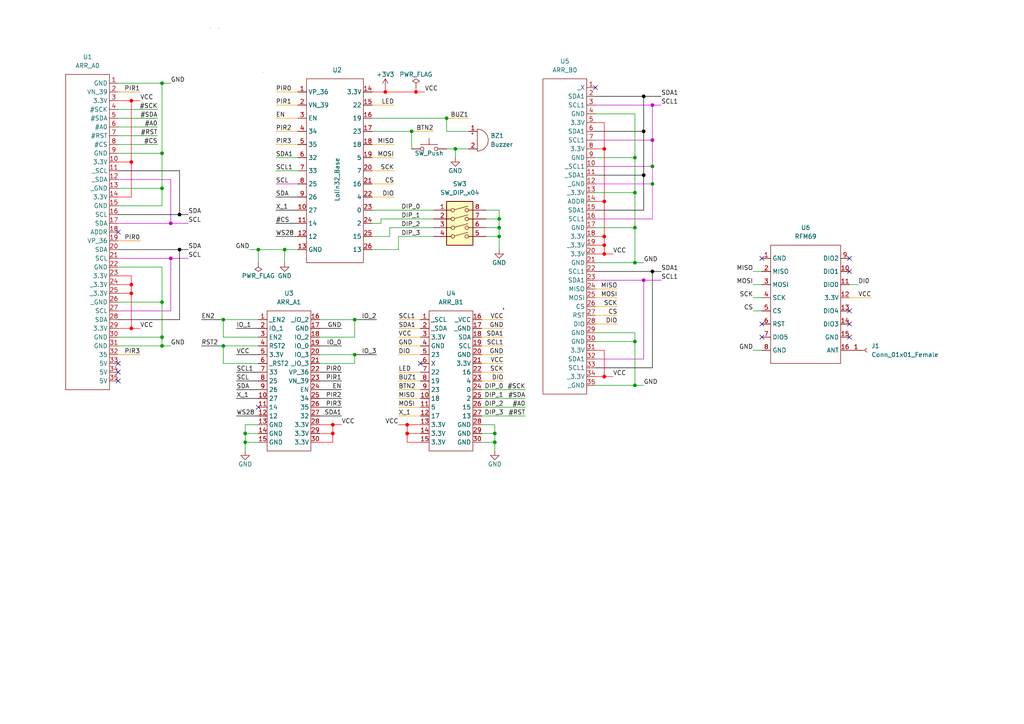
<source format=kicad_sch>
(kicad_sch (version 20230121) (generator eeschema)
  (paper "A4")
  (lib_symbols
    (symbol "1My_Library:ARR_A0"
      (property "Reference" "U" (at 0 48.26 0))
      (property "Value" "ARR_A0" (at 5.08 5.08 90))
      (symbol "ARR_A0_0_1"
        (rectangle (start -6.35 46.99) (end 6.35 -44.45))
      )
      (symbol "ARR_A0_1_1"
        (pin input line (at -8.89 44.45 0) (length 2.54) (name "GND") (number "1"))
        (pin input line (at -8.89 21.59 0) (length 2.54) (name "3.3V") (number "10"))
        (pin input line (at -8.89 19.05 0) (length 2.54) (name "_SCL") (number "11"))
        (pin input line (at -8.89 16.51 0) (length 2.54) (name "_SDA") (number "12"))
        (pin input line (at -8.89 13.97 0) (length 2.54) (name "_GND") (number "13"))
        (pin input line (at -8.89 11.43 0) (length 2.54) (name "3.3V") (number "14"))
        (pin input line (at -8.89 8.89 0) (length 2.54) (name "GND") (number "15"))
        (pin input line (at -8.89 6.35 0) (length 2.54) (name "SCL") (number "16"))
        (pin input line (at -8.89 3.81 0) (length 2.54) (name "SDA") (number "17"))
        (pin input line (at -8.89 1.27 0) (length 2.54) (name "ADDR") (number "18"))
        (pin input line (at -8.89 -1.27 0) (length 2.54) (name "VP_36") (number "19"))
        (pin input line (at -8.89 41.91 0) (length 2.54) (name "VN_39") (number "2"))
        (pin input line (at -8.89 -3.81 0) (length 2.54) (name "SDA") (number "20"))
        (pin input line (at -8.89 -6.35 0) (length 2.54) (name "SCL") (number "21"))
        (pin input line (at -8.89 -8.89 0) (length 2.54) (name "GND") (number "22"))
        (pin input line (at -8.89 -11.43 0) (length 2.54) (name "3.3V") (number "23"))
        (pin input line (at -8.89 -13.97 0) (length 2.54) (name "_3.3V") (number "24"))
        (pin input line (at -8.89 -16.51 0) (length 2.54) (name "_3.3V") (number "25"))
        (pin input line (at -8.89 -19.05 0) (length 2.54) (name "_GND") (number "26"))
        (pin input line (at -8.89 -21.59 0) (length 2.54) (name "SCL") (number "27"))
        (pin input line (at -8.89 -24.13 0) (length 2.54) (name "SDA") (number "28"))
        (pin input line (at -8.89 -26.67 0) (length 2.54) (name "3.3V") (number "29"))
        (pin input line (at -8.89 39.37 0) (length 2.54) (name "3.3V") (number "3"))
        (pin input line (at -8.89 -29.21 0) (length 2.54) (name "GND") (number "30"))
        (pin input line (at -8.89 -31.75 0) (length 2.54) (name "GND") (number "31"))
        (pin input line (at -8.89 -34.29 0) (length 2.54) (name "35") (number "32"))
        (pin input line (at -8.89 -36.83 0) (length 2.54) (name "5V") (number "33"))
        (pin input line (at -8.89 -39.37 0) (length 2.54) (name "5V") (number "34"))
        (pin input line (at -8.89 -41.91 0) (length 2.54) (name "5V") (number "35"))
        (pin input line (at -8.89 36.83 0) (length 2.54) (name "#SCK") (number "4"))
        (pin input line (at -8.89 34.29 0) (length 2.54) (name "#SDA") (number "5"))
        (pin input line (at -8.89 31.75 0) (length 2.54) (name "#A0") (number "6"))
        (pin input line (at -8.89 29.21 0) (length 2.54) (name "#RST") (number "7"))
        (pin input line (at -8.89 26.67 0) (length 2.54) (name "#CS") (number "8"))
        (pin input line (at -8.89 24.13 0) (length 2.54) (name "GND") (number "9"))
      )
    )
    (symbol "1My_Library:ARR_A1"
      (property "Reference" "U" (at 0 21.59 0))
      (property "Value" "ARR_A1" (at 0 -22.86 0))
      (symbol "ARR_A1_0_1"
        (rectangle (start -6.35 20.32) (end 6.35 -20.32))
      )
      (symbol "ARR_A1_1_1"
        (pin bidirectional line (at -8.89 17.78 0) (length 2.54) (name "_EN2") (number "1"))
        (pin input line (at -8.89 -5.08 0) (length 2.54) (name "27") (number "10"))
        (pin input line (at -8.89 -7.62 0) (length 2.54) (name "14") (number "11"))
        (pin input line (at -8.89 -10.16 0) (length 2.54) (name "12") (number "12"))
        (pin input line (at -8.89 -12.7 0) (length 2.54) (name "GND") (number "13"))
        (pin input line (at -8.89 -15.24 0) (length 2.54) (name "GND") (number "14"))
        (pin input line (at -8.89 -17.78 0) (length 2.54) (name "GND") (number "15"))
        (pin bidirectional line (at 8.89 17.78 180) (length 2.54) (name "_IO_2") (number "16"))
        (pin bidirectional line (at 8.89 15.24 180) (length 2.54) (name "GND") (number "17"))
        (pin bidirectional line (at 8.89 12.7 180) (length 2.54) (name "IO_2") (number "18"))
        (pin bidirectional line (at 8.89 10.16 180) (length 2.54) (name "IO_0") (number "19"))
        (pin bidirectional line (at -8.89 15.24 0) (length 2.54) (name "IO_1") (number "2"))
        (pin bidirectional line (at 8.89 7.62 180) (length 2.54) (name "IO_3") (number "20"))
        (pin bidirectional line (at 8.89 5.08 180) (length 2.54) (name "_IO_3") (number "21"))
        (pin input line (at 8.89 2.54 180) (length 2.54) (name "VP_36") (number "22"))
        (pin input line (at 8.89 0 180) (length 2.54) (name "VN_39") (number "23"))
        (pin input line (at 8.89 -2.54 180) (length 2.54) (name "EN") (number "24"))
        (pin input line (at 8.89 -5.08 180) (length 2.54) (name "34") (number "25"))
        (pin input line (at 8.89 -7.62 180) (length 2.54) (name "35") (number "26"))
        (pin input line (at 8.89 -10.16 180) (length 2.54) (name "32") (number "27"))
        (pin input line (at 8.89 -12.7 180) (length 2.54) (name "3.3V") (number "28"))
        (pin input line (at 8.89 -15.24 180) (length 2.54) (name "3.3V") (number "29"))
        (pin bidirectional line (at -8.89 12.7 0) (length 2.54) (name "EN2") (number "3"))
        (pin input line (at 8.89 -17.78 180) (length 2.54) (name "3.3V") (number "30"))
        (pin bidirectional line (at -8.89 10.16 0) (length 2.54) (name "RST2") (number "4"))
        (pin bidirectional line (at -8.89 7.62 0) (length 2.54) (name "3.3V") (number "5"))
        (pin bidirectional line (at -8.89 5.08 0) (length 2.54) (name "_RST2") (number "6"))
        (pin input line (at -8.89 2.54 0) (length 2.54) (name "33") (number "7"))
        (pin input line (at -8.89 0 0) (length 2.54) (name "25") (number "8"))
        (pin input line (at -8.89 -2.54 0) (length 2.54) (name "26") (number "9"))
      )
    )
    (symbol "1My_Library:ARR_B0"
      (property "Reference" "U" (at 0 45.72 0))
      (property "Value" "ARR_B0" (at -5.08 1.27 90))
      (symbol "ARR_B0_0_1"
        (rectangle (start -6.35 -46.99) (end 6.35 44.45))
      )
      (symbol "ARR_B0_1_1"
        (pin input line (at 8.89 41.91 180) (length 2.54) (name "_X") (number "1"))
        (pin input line (at 8.89 19.05 180) (length 2.54) (name "_SCL1") (number "10"))
        (pin input line (at 8.89 16.51 180) (length 2.54) (name "_SDA1") (number "11"))
        (pin input line (at 8.89 13.97 180) (length 2.54) (name "_GND") (number "12"))
        (pin input line (at 8.89 11.43 180) (length 2.54) (name "_3.3V") (number "13"))
        (pin input line (at 8.89 8.89 180) (length 2.54) (name "ADDR") (number "14"))
        (pin input line (at 8.89 6.35 180) (length 2.54) (name "SDA1") (number "15"))
        (pin input line (at 8.89 3.81 180) (length 2.54) (name "SCL1") (number "16"))
        (pin input line (at 8.89 1.27 180) (length 2.54) (name "GND") (number "17"))
        (pin input line (at 8.89 -1.27 180) (length 2.54) (name "3.3V") (number "18"))
        (pin input line (at 8.89 -3.81 180) (length 2.54) (name "_3.3V") (number "19"))
        (pin input line (at 8.89 39.37 180) (length 2.54) (name "SDA1") (number "2"))
        (pin input line (at 8.89 -6.35 180) (length 2.54) (name "3.3V") (number "20"))
        (pin input line (at 8.89 -8.89 180) (length 2.54) (name "GND") (number "21"))
        (pin input line (at 8.89 -11.43 180) (length 2.54) (name "SCL1") (number "22"))
        (pin input line (at 8.89 -13.97 180) (length 2.54) (name "SDA1") (number "23"))
        (pin input line (at 8.89 -16.51 180) (length 2.54) (name "MISO") (number "24"))
        (pin input line (at 8.89 -19.05 180) (length 2.54) (name "MOSI") (number "25"))
        (pin input line (at 8.89 -21.59 180) (length 2.54) (name "CS") (number "26"))
        (pin input line (at 8.89 -24.13 180) (length 2.54) (name "RST") (number "27"))
        (pin input line (at 8.89 -26.67 180) (length 2.54) (name "DIO") (number "28"))
        (pin input line (at 8.89 -29.21 180) (length 2.54) (name "GND") (number "29"))
        (pin input line (at 8.89 36.83 180) (length 2.54) (name "SCL1") (number "3"))
        (pin input line (at 8.89 -31.75 180) (length 2.54) (name "GND") (number "30"))
        (pin input line (at 8.89 -34.29 180) (length 2.54) (name "3.3V") (number "31"))
        (pin input line (at 8.89 -36.83 180) (length 2.54) (name "SDA1") (number "32"))
        (pin input line (at 8.89 -39.37 180) (length 2.54) (name "SCL1") (number "33"))
        (pin input line (at 8.89 -41.91 180) (length 2.54) (name "_3.3V") (number "34"))
        (pin input line (at 8.89 -44.45 180) (length 2.54) (name "_GND") (number "35"))
        (pin input line (at 8.89 34.29 180) (length 2.54) (name "GND") (number "4"))
        (pin input line (at 8.89 31.75 180) (length 2.54) (name "3.3V") (number "5"))
        (pin input line (at 8.89 29.21 180) (length 2.54) (name "SDA1") (number "6"))
        (pin input line (at 8.89 26.67 180) (length 2.54) (name "SCL1") (number "7"))
        (pin input line (at 8.89 24.13 180) (length 2.54) (name "3.3V") (number "8"))
        (pin input line (at 8.89 21.59 180) (length 2.54) (name "GND") (number "9"))
      )
    )
    (symbol "1My_Library:ARR_B1"
      (property "Reference" "U" (at 0 21.59 0))
      (property "Value" "ARR_B1" (at 0 -22.86 0))
      (symbol "ARR_B1_0_1"
        (rectangle (start -6.35 20.32) (end 6.35 -20.32))
      )
      (symbol "ARR_B1_1_1"
        (pin input line (at -8.89 17.78 0) (length 2.54) (name "_SCL") (number "1"))
        (pin input line (at -8.89 -5.08 0) (length 2.54) (name "18") (number "10"))
        (pin input line (at -8.89 -7.62 0) (length 2.54) (name "5") (number "11"))
        (pin input line (at -8.89 -10.16 0) (length 2.54) (name "17") (number "12"))
        (pin input line (at -8.89 -12.7 0) (length 2.54) (name "3.3V") (number "13"))
        (pin input line (at -8.89 -15.24 0) (length 2.54) (name "3.3V") (number "14"))
        (pin input line (at -8.89 -17.78 0) (length 2.54) (name "3.3V") (number "15"))
        (pin input line (at 8.89 17.78 180) (length 2.54) (name "_VCC") (number "16"))
        (pin input line (at 8.89 15.24 180) (length 2.54) (name "_GND") (number "17"))
        (pin input line (at 8.89 12.7 180) (length 2.54) (name "SDA") (number "18"))
        (pin input line (at 8.89 10.16 180) (length 2.54) (name "SCL") (number "19"))
        (pin input line (at -8.89 15.24 0) (length 2.54) (name "_SDA") (number "2"))
        (pin input line (at 8.89 7.62 180) (length 2.54) (name "GND") (number "20"))
        (pin input line (at 8.89 5.08 180) (length 2.54) (name "3.3V") (number "21"))
        (pin input line (at 8.89 2.54 180) (length 2.54) (name "16") (number "22"))
        (pin input line (at 8.89 0 180) (length 2.54) (name "4") (number "23"))
        (pin bidirectional line (at 8.89 -2.54 180) (length 2.54) (name "0") (number "24"))
        (pin bidirectional line (at 8.89 -5.08 180) (length 2.54) (name "2") (number "25"))
        (pin bidirectional line (at 8.89 -7.62 180) (length 2.54) (name "15") (number "26"))
        (pin bidirectional line (at 8.89 -10.16 180) (length 2.54) (name "13") (number "27"))
        (pin input line (at 8.89 -12.7 180) (length 2.54) (name "GND") (number "28"))
        (pin input line (at 8.89 -15.24 180) (length 2.54) (name "GND") (number "29"))
        (pin input line (at -8.89 12.7 0) (length 2.54) (name "3.3V") (number "3"))
        (pin input line (at 8.89 -17.78 180) (length 2.54) (name "GND") (number "30"))
        (pin input line (at -8.89 10.16 0) (length 2.54) (name "GND") (number "4"))
        (pin input line (at -8.89 7.62 0) (length 2.54) (name "23") (number "5"))
        (pin input line (at -8.89 5.08 0) (length 2.54) (name "X") (number "6"))
        (pin input line (at -8.89 2.54 0) (length 2.54) (name "22") (number "7"))
        (pin input line (at -8.89 0 0) (length 2.54) (name "19") (number "8"))
        (pin input line (at -8.89 -2.54 0) (length 2.54) (name "23") (number "9"))
      )
    )
    (symbol "1My_Library:Lolin32_Base"
      (property "Reference" "U" (at 0 -24.13 0))
      (property "Value" "Lolin32_Base" (at 0 0.635 90))
      (symbol "Lolin32_Base_0_1"
        (rectangle (start -50.8 72.39) (end -50.8 72.39))
        (rectangle (start -36.83 41.275) (end -36.83 41.275))
        (rectangle (start -35.56 69.85) (end -35.56 69.85))
        (rectangle (start -34.29 41.275) (end -34.29 41.275))
        (rectangle (start -34.29 72.39) (end -34.29 72.39))
        (rectangle (start -31.75 72.39) (end -31.75 72.39))
        (rectangle (start -27.94 74.93) (end -27.94 74.93))
        (rectangle (start -21.59 28.575) (end -21.59 28.575))
        (rectangle (start -8.89 26.67) (end 7.62 -26.67))
        (rectangle (start -6.35 74.93) (end -6.35 74.93))
        (rectangle (start 0 29.21) (end 0 29.21))
        (rectangle (start 13.97 74.93) (end 13.97 74.93))
        (rectangle (start 15.875 11.43) (end 15.875 11.43))
        (rectangle (start 16.51 -5.715) (end 16.51 -5.715))
        (rectangle (start 48.26 -40.005) (end 48.26 -40.005))
        (rectangle (start 48.26 -40.005) (end 48.26 -40.005))
        (rectangle (start 48.26 -40.005) (end 48.26 -40.005))
        (rectangle (start 48.26 -40.005) (end 48.26 -40.005))
        (rectangle (start 48.26 -40.005) (end 48.26 -40.005))
        (rectangle (start 48.26 -40.005) (end 48.26 -40.005))
        (circle (center 48.26 -40.005) (radius 0.0001))
        (circle (center 48.26 -40.005) (radius 0.0001))
        (circle (center 48.26 -40.005) (radius 0.0001))
        (circle (center 48.26 -40.005) (radius 0.0001))
        (circle (center 48.26 -40.005) (radius 0.0001))
        (circle (center 48.26 -40.005) (radius 0.0001))
        (circle (center 48.26 -40.005) (radius 0.0001))
        (circle (center 48.26 -40.005) (radius 0.0001))
        (circle (center 48.26 -40.005) (radius 0.0001))
      )
      (symbol "Lolin32_Base_1_1"
        (pin bidirectional line (at -11.43 22.86 0) (length 2.54) (name "VP_36") (number "1"))
        (pin bidirectional line (at -11.43 -11.43 0) (length 2.54) (name "27") (number "10"))
        (pin bidirectional line (at -11.43 -15.24 0) (length 2.54) (name "14") (number "11"))
        (pin bidirectional line (at -11.43 -19.05 0) (length 2.54) (name "12") (number "12"))
        (pin input line (at -11.43 -22.86 0) (length 2.54) (name "GND") (number "13"))
        (pin input line (at 10.16 22.86 180) (length 2.54) (name "3.3V") (number "14"))
        (pin bidirectional line (at 10.16 19.05 180) (length 2.54) (name "22") (number "15"))
        (pin bidirectional line (at 10.16 15.24 180) (length 2.54) (name "19") (number "16"))
        (pin bidirectional line (at 10.16 11.43 180) (length 2.54) (name "23") (number "17"))
        (pin bidirectional line (at 10.16 7.62 180) (length 2.54) (name "18") (number "18"))
        (pin bidirectional line (at 10.16 3.81 180) (length 2.54) (name "5") (number "19"))
        (pin bidirectional line (at -11.43 19.05 0) (length 2.54) (name "VN_39") (number "2"))
        (pin bidirectional line (at 10.16 0 180) (length 2.54) (name "7") (number "20"))
        (pin bidirectional line (at 10.16 -3.81 180) (length 2.54) (name "16") (number "21"))
        (pin bidirectional line (at 10.16 -7.62 180) (length 2.54) (name "4") (number "22"))
        (pin bidirectional line (at 10.16 -11.43 180) (length 2.54) (name "0") (number "23"))
        (pin bidirectional line (at 10.16 -15.24 180) (length 2.54) (name "2") (number "24"))
        (pin bidirectional line (at 10.16 -19.05 180) (length 2.54) (name "15") (number "25"))
        (pin bidirectional line (at 10.16 -22.86 180) (length 2.54) (name "13") (number "26"))
        (pin bidirectional line (at -11.43 15.24 0) (length 2.54) (name "EN") (number "3"))
        (pin bidirectional line (at -11.43 11.43 0) (length 2.54) (name "34") (number "4"))
        (pin bidirectional line (at -11.43 7.62 0) (length 2.54) (name "35") (number "5"))
        (pin bidirectional line (at -11.43 3.81 0) (length 2.54) (name "32") (number "6"))
        (pin bidirectional line (at -11.43 0 0) (length 2.54) (name "33") (number "7"))
        (pin bidirectional line (at -11.43 -3.81 0) (length 2.54) (name "25") (number "8"))
        (pin bidirectional line (at -11.43 -7.62 0) (length 2.54) (name "26") (number "9"))
      )
    )
    (symbol "1My_Library:RFM69"
      (property "Reference" "U" (at 0 11.43 0))
      (property "Value" "RFM69" (at 0 0 90))
      (symbol "RFM69_0_1"
        (rectangle (start -10.16 10.16) (end 10.16 -24.13))
      )
      (symbol "RFM69_1_1"
        (pin bidirectional line (at -12.7 6.35 0) (length 2.54) (name "GND") (number "1"))
        (pin bidirectional line (at 12.7 2.54 180) (length 2.54) (name "DIO1") (number "10"))
        (pin bidirectional line (at 12.7 -1.27 180) (length 2.54) (name "DIO0") (number "11"))
        (pin bidirectional line (at 12.7 -5.08 180) (length 2.54) (name "3.3V") (number "12"))
        (pin bidirectional line (at 12.7 -8.89 180) (length 2.54) (name "DIO4") (number "13"))
        (pin bidirectional line (at 12.7 -12.7 180) (length 2.54) (name "DIO3") (number "14"))
        (pin bidirectional line (at 12.7 -16.51 180) (length 2.54) (name "GND") (number "15"))
        (pin bidirectional line (at 12.7 -20.32 180) (length 2.54) (name "ANT") (number "16"))
        (pin bidirectional line (at -12.7 2.54 0) (length 2.54) (name "MISO") (number "2"))
        (pin bidirectional line (at -12.7 -1.27 0) (length 2.54) (name "MOSI") (number "3"))
        (pin bidirectional line (at -12.7 -5.08 0) (length 2.54) (name "SCK") (number "4"))
        (pin bidirectional line (at -12.7 -8.89 0) (length 2.54) (name "CS") (number "5"))
        (pin bidirectional line (at -12.7 -12.7 0) (length 2.54) (name "RST") (number "6"))
        (pin bidirectional line (at -12.7 -16.51 0) (length 2.54) (name "DIO5") (number "7"))
        (pin bidirectional line (at -12.7 -20.32 0) (length 2.54) (name "GND") (number "8"))
        (pin bidirectional line (at 12.7 6.35 180) (length 2.54) (name "DIO2") (number "9"))
      )
    )
    (symbol "Connector:Conn_01x01_Female" (pin_names (offset 1.016) hide)
      (property "Reference" "J" (at 0 2.54 0))
      (property "Value" "Conn_01x01_Female" (at 0 -2.54 0))
      (symbol "Conn_01x01_Female_1_1"
        (polyline (pts (xy -1.27 0) (xy -0.508 0)) (stroke (width 0.1524)))
        (arc (start 0 0.508) (mid -0.5058 0) (end 0 -0.508) (stroke (width 0.1524)))
        (pin passive line (at -5.08 0 0) (length 3.81) (name "Pin_1") (number "1"))
      )
    )
    (symbol "Device:Buzzer" (pin_names (offset 0.0254) hide)
      (property "Reference" "BZ" (at 3.81 1.27 0))
      (property "Value" "Buzzer" (at 3.81 -1.27 0))
      (symbol "Buzzer_0_1"
        (arc (start 0 -3.175) (mid 3.1612 0) (end 0 3.175))
        (polyline (pts (xy -1.651 1.905) (xy -1.143 1.905)))
        (polyline (pts (xy -1.397 2.159) (xy -1.397 1.651)))
        (polyline (pts (xy 0 3.175) (xy 0 -3.175)))
      )
      (symbol "Buzzer_1_1"
        (pin passive line (at -2.54 2.54 0) (length 2.54) (name "-") (number "1"))
        (pin passive line (at -2.54 -2.54 0) (length 2.54) (name "+") (number "2"))
      )
    )
    (symbol "GND_1" (power) (pin_numbers hide) (pin_names (offset 0) hide)
      (property "Value" "GND_1" (at 0 -3.81 0))
      (symbol "GND_1_0_1"
        (polyline (pts (xy 0 0) (xy 0 -1.27) (xy 1.27 -1.27) (xy 0 -2.54) (xy -1.27 -1.27) (xy 0 -1.27)))
      )
      (symbol "GND_1_1_1"
        (pin power_in line (at 0 0 270) (length 0) hide (name "GND") (number "1"))
      )
    )
    (symbol "Switch:SW_DIP_x04" (pin_names (offset 0) hide)
      (property "Reference" "SW" (at 0 8.89 0))
      (property "Value" "SW_DIP_x04" (at 0 -6.35 0))
      (symbol "SW_DIP_x04_0_0"
        (circle (center -2.032 -2.54) (radius 0.508))
        (circle (center -2.032 0) (radius 0.508))
        (circle (center -2.032 2.54) (radius 0.508))
        (circle (center -2.032 5.08) (radius 0.508))
        (polyline (pts (xy -1.524 -2.3876) (xy 2.3622 -1.3462)))
        (polyline (pts (xy -1.524 0.127) (xy 2.3622 1.1684)))
        (polyline (pts (xy -1.524 2.667) (xy 2.3622 3.7084)))
        (polyline (pts (xy -1.524 5.207) (xy 2.3622 6.2484)))
        (circle (center 2.032 -2.54) (radius 0.508))
        (circle (center 2.032 0) (radius 0.508))
        (circle (center 2.032 2.54) (radius 0.508))
        (circle (center 2.032 5.08) (radius 0.508))
      )
      (symbol "SW_DIP_x04_0_1"
        (rectangle (start -3.81 7.62) (end 3.81 -5.08) (stroke (width 0.254)) (fill (type background)))
      )
      (symbol "SW_DIP_x04_1_1"
        (pin passive line (at -7.62 5.08 0) (length 5.08) (name "~") (number "1"))
        (pin passive line (at -7.62 2.54 0) (length 5.08) (name "~") (number "2"))
        (pin passive line (at -7.62 0 0) (length 5.08) (name "~") (number "3"))
        (pin passive line (at -7.62 -2.54 0) (length 5.08) (name "~") (number "4"))
        (pin passive line (at 7.62 -2.54 180) (length 5.08) (name "~") (number "5"))
        (pin passive line (at 7.62 0 180) (length 5.08) (name "~") (number "6"))
        (pin passive line (at 7.62 2.54 180) (length 5.08) (name "~") (number "7"))
        (pin passive line (at 7.62 5.08 180) (length 5.08) (name "~") (number "8"))
      )
    )
    (symbol "Switch:SW_Push" (pin_numbers hide) (pin_names (offset 1.016) hide)
      (property "Reference" "SW" (at 1.27 2.54 0))
      (property "Value" "SW_Push" (at 0 -1.524 0))
      (symbol "SW_Push_0_1"
        (circle (center -2.032 0) (radius 0.508))
        (polyline (pts (xy 0 1.27) (xy 0 3.048)))
        (polyline (pts (xy 2.54 1.27) (xy -2.54 1.27)))
        (circle (center 2.032 0) (radius 0.508))
        (pin passive line (at -5.08 0 0) (length 2.54) (name "1") (number "1"))
        (pin passive line (at 5.08 0 180) (length 2.54) (name "2") (number "2"))
      )
    )
    (symbol "power:+3.3V" (power) (pin_numbers hide) (pin_names (offset 0) hide)
      (property "Value" "+3.3V" (at 0 3.556 0))
      (symbol "+3.3V_0_1"
        (polyline (pts (xy -0.762 1.27) (xy 0 2.54)))
        (polyline (pts (xy 0 0) (xy 0 2.54)))
        (polyline (pts (xy 0 2.54) (xy 0.762 1.27)))
      )
      (symbol "+3.3V_1_1"
        (pin power_in line (at 0 0 90) (length 0) hide (name "+3V3") (number "1"))
      )
    )
    (symbol "power:PWR_FLAG" (power) (pin_numbers hide) (pin_names (offset 0) hide)
      (property "Value" "PWR_FLAG" (at 0 3.81 0))
      (symbol "PWR_FLAG_0_0"
        (pin power_out line (at 0 0 90) (length 0) (name "pwr") (number "1"))
      )
      (symbol "PWR_FLAG_0_1"
        (polyline (pts (xy 0 0) (xy 0 1.27) (xy -1.016 1.905) (xy 0 2.54) (xy 1.016 1.905) (xy 0 1.27)))
      )
    )
  )
  (junction (at 175.26 43.18) (color 255 0 0 1))
  (junction (at 118.11 123.19) (color 255 0 0 1))
  (junction (at 46.99 24.13))
  (junction (at 96.52 123.19) (color 255 0 0 1))
  (junction (at 46.99 100.33))
  (junction (at 189.23 40.64) (color 194 0 194 1))
  (junction (at 186.69 81.28) (color 194 0 194 1))
  (junction (at 118.11 125.73) (color 255 0 0 1))
  (junction (at 38.1 95.25) (color 255 0 0 1))
  (junction (at 144.78 63.5))
  (junction (at 186.69 27.94) (color 0 0 0 1))
  (junction (at 71.12 128.27))
  (junction (at 96.52 125.73) (color 255 0 0 1))
  (junction (at 189.23 53.34))
  (junction (at 184.15 99.06))
  (junction (at 184.15 45.72))
  (junction (at 184.15 66.04))
  (junction (at 38.1 29.21) (color 255 0 0 1))
  (junction (at 175.26 109.22) (color 255 0 0 1))
  (junction (at 186.69 50.8) (color 0 0 0 1))
  (junction (at 38.1 85.09) (color 255 0 0 1))
  (junction (at 184.15 55.88))
  (junction (at 46.99 54.61))
  (junction (at 175.26 73.66) (color 255 0 0 1))
  (junction (at 102.87 102.87))
  (junction (at 71.12 125.73))
  (junction (at 143.51 125.73))
  (junction (at 52.07 72.39) (color 0 0 0 1))
  (junction (at 46.99 44.45))
  (junction (at 144.78 66.04))
  (junction (at 49.53 64.77) (color 194 0 194 1))
  (junction (at 38.1 46.99) (color 255 0 0 1))
  (junction (at 144.78 68.58))
  (junction (at 132.08 43.18))
  (junction (at 64.77 92.71))
  (junction (at 64.77 100.33))
  (junction (at 189.23 48.26))
  (junction (at 102.87 92.71))
  (junction (at 189.23 78.74) (color 0 0 0 1))
  (junction (at 184.15 111.76))
  (junction (at 189.23 30.48) (color 194 0 194 1))
  (junction (at 184.15 76.2))
  (junction (at 129.54 34.29))
  (junction (at 38.1 82.55) (color 255 0 0 1))
  (junction (at 49.53 74.93) (color 194 0 194 1))
  (junction (at 46.99 97.79))
  (junction (at 175.26 68.58) (color 255 0 0 1))
  (junction (at 175.26 58.42) (color 255 0 0 1))
  (junction (at 120.65 26.67) (color 255 0 0 1))
  (junction (at 119.38 38.1))
  (junction (at 186.69 38.1) (color 0 0 0 1))
  (junction (at 143.51 128.27))
  (junction (at 82.55 72.39))
  (junction (at 74.93 72.39))
  (junction (at 175.26 71.12) (color 255 0 0 1))
  (junction (at 111.76 26.67) (color 255 0 0 1))
  (junction (at 46.99 87.63))
  (junction (at 52.07 62.23) (color 0 0 0 1))
  (no_connect (at 246.38 97.79))
  (no_connect (at 34.29 67.31))
  (no_connect (at 121.92 105.41))
  (no_connect (at 220.98 74.93))
  (no_connect (at 172.72 25.4))
  (no_connect (at 74.93 118.11))
  (no_connect (at 34.29 107.95))
  (no_connect (at 34.29 105.41))
  (no_connect (at 34.29 110.49))
  (no_connect (at 246.38 93.98))
  (no_connect (at 246.38 78.74))
  (no_connect (at 246.38 74.93))
  (no_connect (at 220.98 93.98))
  (no_connect (at 220.98 97.79))
  (no_connect (at 246.38 90.17))
  (wire (pts (xy 175.26 73.66) (xy 177.8 73.66)) (stroke (width 0) (color 255 0 0 1)))
  (wire (pts (xy 34.29 80.01) (xy 38.1 80.01)) (stroke (width 0) (color 255 0 0 1)))
  (wire (pts (xy 34.29 62.23) (xy 52.07 62.23)) (stroke (width 0) (color 0 0 0 1)))
  (wire (pts (xy 118.11 125.73) (xy 121.92 125.73)) (stroke (width 0) (color 255 0 0 1)))
  (wire (pts (xy 114.3 57.15) (xy 107.95 57.15)) (stroke (width 0) (color 255 153 0 1)))
  (wire (pts (xy 38.1 46.99) (xy 38.1 57.15)) (stroke (width 0) (color 255 0 0 1)))
  (wire (pts (xy 111.76 25.4) (xy 111.76 26.67)) (stroke (width 0) (color 255 0 0 1)))
  (wire (pts (xy 38.1 29.21) (xy 40.64 29.21)) (stroke (width 0) (color 255 0 0 1)))
  (wire (pts (xy 172.72 60.96) (xy 186.69 60.96)) (stroke (width 0) (color 0 0 0 1)))
  (wire (pts (xy 107.95 34.29) (xy 129.54 34.29)))
  (wire (pts (xy 38.1 85.09) (xy 38.1 95.25)) (stroke (width 0) (color 255 0 0 1)))
  (wire (pts (xy 82.55 72.39) (xy 82.55 76.2)))
  (wire (pts (xy 99.06 115.57) (xy 92.71 115.57)) (stroke (width 0) (color 0 0 0 1)))
  (wire (pts (xy 115.57 107.95) (xy 121.92 107.95)) (stroke (width 0) (color 255 153 0 1)))
  (wire (pts (xy 102.87 105.41) (xy 102.87 102.87)))
  (wire (pts (xy 74.93 97.79) (xy 64.77 97.79)))
  (wire (pts (xy 113.03 68.58) (xy 107.95 68.58)))
  (wire (pts (xy 189.23 30.48) (xy 189.23 40.64)) (stroke (width 0) (color 194 0 194 1)))
  (wire (pts (xy 80.01 26.67) (xy 86.36 26.67)) (stroke (width 0) (color 255 153 0 1)))
  (wire (pts (xy 140.97 66.04) (xy 144.78 66.04)))
  (wire (pts (xy 110.49 63.5) (xy 125.73 63.5)))
  (wire (pts (xy 189.23 78.74) (xy 191.77 78.74)) (stroke (width 0) (color 0 0 0 1)))
  (wire (pts (xy 120.65 25.4) (xy 120.65 26.67)) (stroke (width 0) (color 255 0 0 1)))
  (wire (pts (xy 80.01 45.72) (xy 86.36 45.72)))
  (wire (pts (xy 99.06 100.33) (xy 92.71 100.33)) (stroke (width 0) (color 0 0 0 1)))
  (wire (pts (xy 64.77 100.33) (xy 74.93 100.33)))
  (wire (pts (xy 96.52 125.73) (xy 96.52 128.27)) (stroke (width 0) (color 255 0 0 1)))
  (wire (pts (xy 80.01 53.34) (xy 86.36 53.34)) (stroke (width 0) (color 194 0 194 1)))
  (wire (pts (xy 218.44 101.6) (xy 220.98 101.6)))
  (wire (pts (xy 139.7 115.57) (xy 152.4 115.57)))
  (wire (pts (xy 45.72 31.75) (xy 39.37 31.75)) (stroke (width 0) (color 0 132 0 1)))
  (wire (pts (xy 189.23 40.64) (xy 189.23 48.26)) (stroke (width 0) (color 194 0 194 1)))
  (wire (pts (xy 140.97 63.5) (xy 144.78 63.5)))
  (wire (pts (xy 64.77 92.71) (xy 74.93 92.71)))
  (wire (pts (xy 52.07 72.39) (xy 54.61 72.39)) (stroke (width 0) (color 0 0 0 1)))
  (wire (pts (xy 71.12 123.19) (xy 71.12 125.73)))
  (wire (pts (xy 68.58 110.49) (xy 74.93 110.49)) (stroke (width 0) (color 0 0 0 1)))
  (wire (pts (xy 46.99 97.79) (xy 46.99 100.33)))
  (wire (pts (xy 172.72 27.94) (xy 186.69 27.94)) (stroke (width 0) (color 0 0 0 1)))
  (wire (pts (xy 184.15 45.72) (xy 184.15 55.88)))
  (wire (pts (xy 107.95 38.1) (xy 119.38 38.1)))
  (wire (pts (xy 115.57 115.57) (xy 121.92 115.57)) (stroke (width 0) (color 255 153 0 1)))
  (wire (pts (xy 248.92 82.55) (xy 246.38 82.55)))
  (wire (pts (xy 74.93 72.39) (xy 82.55 72.39)))
  (wire (pts (xy 146.05 95.25) (xy 139.7 95.25)) (stroke (width 0) (color 255 153 0 1)))
  (wire (pts (xy 52.07 49.53) (xy 52.07 62.23)) (stroke (width 0) (color 0 0 0 1)))
  (wire (pts (xy 68.58 107.95) (xy 74.93 107.95)) (stroke (width 0) (color 0 0 0 1)))
  (wire (pts (xy 58.42 100.33) (xy 64.77 100.33)) (stroke (width 0) (color 0 0 0 1)))
  (wire (pts (xy 99.06 120.65) (xy 92.71 120.65)) (stroke (width 0) (color 0 0 0 1)))
  (wire (pts (xy 34.29 46.99) (xy 38.1 46.99)) (stroke (width 0) (color 255 0 0 1)))
  (wire (pts (xy 64.77 97.79) (xy 64.77 92.71)))
  (wire (pts (xy 172.72 55.88) (xy 184.15 55.88)))
  (wire (pts (xy 68.58 113.03) (xy 74.93 113.03)) (stroke (width 0) (color 0 0 0 1)))
  (wire (pts (xy 34.29 100.33) (xy 46.99 100.33)))
  (wire (pts (xy 45.72 39.37) (xy 39.37 39.37)) (stroke (width 0) (color 0 132 0 1)))
  (wire (pts (xy 38.1 57.15) (xy 34.29 57.15)) (stroke (width 0) (color 255 0 0 1)))
  (wire (pts (xy 102.87 97.79) (xy 102.87 92.71)))
  (wire (pts (xy 92.71 102.87) (xy 102.87 102.87)))
  (wire (pts (xy 80.01 34.29) (xy 86.36 34.29)) (stroke (width 0) (color 255 153 0 1)))
  (wire (pts (xy 96.52 123.19) (xy 96.52 125.73)) (stroke (width 0) (color 255 0 0 1)))
  (wire (pts (xy 49.53 52.07) (xy 49.53 64.77)) (stroke (width 0) (color 194 0 194 1)))
  (wire (pts (xy 115.57 97.79) (xy 121.92 97.79)) (stroke (width 0) (color 255 153 0 1)))
  (wire (pts (xy 118.11 125.73) (xy 118.11 128.27)) (stroke (width 0) (color 255 0 0 1)))
  (wire (pts (xy 115.57 68.58) (xy 115.57 72.39)))
  (wire (pts (xy 186.69 50.8) (xy 186.69 60.96)) (stroke (width 0) (color 0 0 0 1)))
  (wire (pts (xy 179.07 83.82) (xy 172.72 83.82)) (stroke (width 0) (color 255 153 0 1)))
  (wire (pts (xy 49.53 74.93) (xy 54.61 74.93)) (stroke (width 0) (color 194 0 194 1)))
  (wire (pts (xy 184.15 55.88) (xy 184.15 66.04)))
  (wire (pts (xy 46.99 24.13) (xy 49.53 24.13)))
  (wire (pts (xy 172.72 33.02) (xy 184.15 33.02)))
  (wire (pts (xy 52.07 92.71) (xy 52.07 72.39)) (stroke (width 0) (color 0 0 0 1)))
  (wire (pts (xy 175.26 35.56) (xy 175.26 43.18)) (stroke (width 0) (color 255 0 0 1)))
  (wire (pts (xy 175.26 43.18) (xy 172.72 43.18)) (stroke (width 0) (color 255 0 0 1)))
  (wire (pts (xy 110.49 64.77) (xy 107.95 64.77)))
  (wire (pts (xy 99.06 118.11) (xy 92.71 118.11)) (stroke (width 0) (color 0 0 0 1)))
  (wire (pts (xy 113.03 66.04) (xy 113.03 68.58)))
  (wire (pts (xy 115.57 95.25) (xy 121.92 95.25)) (stroke (width 0) (color 255 153 0 1)))
  (wire (pts (xy 186.69 38.1) (xy 186.69 50.8)) (stroke (width 0) (color 0 0 0 1)))
  (wire (pts (xy 172.72 104.14) (xy 186.69 104.14)) (stroke (width 0) (color 194 0 194 1)))
  (wire (pts (xy 114.3 53.34) (xy 107.95 53.34)) (stroke (width 0) (color 255 153 0 1)))
  (wire (pts (xy 119.38 43.18) (xy 119.38 38.1)))
  (wire (pts (xy 144.78 60.96) (xy 144.78 63.5)))
  (wire (pts (xy 172.72 81.28) (xy 186.69 81.28)) (stroke (width 0) (color 194 0 194 1)))
  (wire (pts (xy 175.26 109.22) (xy 177.8 109.22)) (stroke (width 0) (color 255 0 0 1)))
  (wire (pts (xy 40.64 69.85) (xy 34.29 69.85)) (stroke (width 0) (color 221 133 0 1)))
  (wire (pts (xy 175.26 43.18) (xy 175.26 58.42)) (stroke (width 0) (color 255 0 0 1)))
  (wire (pts (xy 34.29 97.79) (xy 46.99 97.79)))
  (wire (pts (xy 139.7 125.73) (xy 143.51 125.73)))
  (wire (pts (xy 34.29 29.21) (xy 38.1 29.21)) (stroke (width 0) (color 255 0 0 1)))
  (wire (pts (xy 115.57 68.58) (xy 125.73 68.58)))
  (wire (pts (xy 172.72 63.5) (xy 189.23 63.5)) (stroke (width 0) (color 194 0 194 1)))
  (wire (pts (xy 46.99 100.33) (xy 49.53 100.33)))
  (wire (pts (xy 92.71 105.41) (xy 102.87 105.41)))
  (wire (pts (xy 34.29 39.37) (xy 39.37 39.37)))
  (wire (pts (xy 34.29 59.69) (xy 46.99 59.69)))
  (wire (pts (xy 58.42 92.71) (xy 64.77 92.71)) (stroke (width 0) (color 0 0 0 1)))
  (wire (pts (xy 186.69 27.94) (xy 191.77 27.94)) (stroke (width 0) (color 0 0 0 1)))
  (wire (pts (xy 49.53 74.93) (xy 49.53 90.17)) (stroke (width 0) (color 194 0 194 1)))
  (wire (pts (xy 139.7 113.03) (xy 152.4 113.03)))
  (wire (pts (xy 172.72 38.1) (xy 186.69 38.1)) (stroke (width 0) (color 0 0 0 1)))
  (wire (pts (xy 218.44 90.17) (xy 220.98 90.17)))
  (wire (pts (xy 132.08 43.18) (xy 132.08 45.72)))
  (wire (pts (xy 68.58 95.25) (xy 74.93 95.25)) (stroke (width 0) (color 0 0 0 1)))
  (wire (pts (xy 172.72 99.06) (xy 184.15 99.06)))
  (wire (pts (xy 175.26 101.6) (xy 175.26 109.22)) (stroke (width 0) (color 255 0 0 1)))
  (wire (pts (xy 80.01 60.96) (xy 86.36 60.96)) (stroke (width 0) (color 0 0 0 1)))
  (wire (pts (xy 115.57 118.11) (xy 121.92 118.11)) (stroke (width 0) (color 255 153 0 1)))
  (wire (pts (xy 172.72 101.6) (xy 175.26 101.6)) (stroke (width 0) (color 255 0 0 1)))
  (wire (pts (xy 40.64 26.67) (xy 34.29 26.67)) (stroke (width 0) (color 221 133 0 1)))
  (wire (pts (xy 114.3 49.53) (xy 107.95 49.53)) (stroke (width 0) (color 255 153 0 1)))
  (wire (pts (xy 186.69 81.28) (xy 186.69 104.14)) (stroke (width 0) (color 194 0 194 1)))
  (wire (pts (xy 114.3 45.72) (xy 107.95 45.72)) (stroke (width 0) (color 255 153 0 1)))
  (wire (pts (xy 140.97 60.96) (xy 144.78 60.96)))
  (wire (pts (xy 34.29 85.09) (xy 38.1 85.09)) (stroke (width 0) (color 255 0 0 1)))
  (wire (pts (xy 172.72 40.64) (xy 189.23 40.64)) (stroke (width 0) (color 194 0 194 1)))
  (wire (pts (xy 132.08 43.18) (xy 135.89 43.18)))
  (wire (pts (xy 184.15 96.52) (xy 184.15 99.06)))
  (wire (pts (xy 92.71 97.79) (xy 102.87 97.79)))
  (wire (pts (xy 144.78 63.5) (xy 144.78 66.04)))
  (wire (pts (xy 34.29 72.39) (xy 52.07 72.39)) (stroke (width 0) (color 0 0 0 1)))
  (wire (pts (xy 139.7 118.11) (xy 152.4 118.11)))
  (wire (pts (xy 115.57 102.87) (xy 121.92 102.87)) (stroke (width 0) (color 255 153 0 1)))
  (wire (pts (xy 80.01 49.53) (xy 86.36 49.53)))
  (wire (pts (xy 99.06 110.49) (xy 92.71 110.49)) (stroke (width 0) (color 0 0 0 1)))
  (wire (pts (xy 115.57 92.71) (xy 121.92 92.71)) (stroke (width 0) (color 255 153 0 1)))
  (wire (pts (xy 172.72 58.42) (xy 175.26 58.42)) (stroke (width 0) (color 255 0 0 1)))
  (wire (pts (xy 34.29 77.47) (xy 46.99 77.47)))
  (wire (pts (xy 109.22 102.87) (xy 102.87 102.87)) (stroke (width 0) (color 0 0 0 1)))
  (wire (pts (xy 107.95 60.96) (xy 125.73 60.96)))
  (wire (pts (xy 135.89 34.29) (xy 129.54 34.29)) (stroke (width 0) (color 255 153 0 1)))
  (wire (pts (xy 143.51 128.27) (xy 143.51 130.81)))
  (wire (pts (xy 189.23 78.74) (xy 189.23 106.68)) (stroke (width 0) (color 0 0 0 1)))
  (wire (pts (xy 46.99 77.47) (xy 46.99 87.63)))
  (wire (pts (xy 115.57 110.49) (xy 121.92 110.49)) (stroke (width 0) (color 255 153 0 1)))
  (wire (pts (xy 184.15 66.04) (xy 184.15 76.2)))
  (wire (pts (xy 184.15 76.2) (xy 186.69 76.2)))
  (wire (pts (xy 34.29 52.07) (xy 49.53 52.07)) (stroke (width 0) (color 194 0 194 1)))
  (wire (pts (xy 172.72 48.26) (xy 189.23 48.26)) (stroke (width 0) (color 194 0 194 1)))
  (wire (pts (xy 45.72 34.29) (xy 39.37 34.29)) (stroke (width 0) (color 0 132 0 1)))
  (wire (pts (xy 46.99 87.63) (xy 46.99 97.79)))
  (wire (pts (xy 139.7 120.65) (xy 152.4 120.65)))
  (wire (pts (xy 68.58 102.87) (xy 74.93 102.87)) (stroke (width 0) (color 0 0 0 1)))
  (wire (pts (xy 189.23 30.48) (xy 191.77 30.48)) (stroke (width 0) (color 194 0 194 1)))
  (wire (pts (xy 143.51 125.73) (xy 143.51 128.27)))
  (wire (pts (xy 218.44 82.55) (xy 220.98 82.55)))
  (wire (pts (xy 46.99 24.13) (xy 46.99 44.45)))
  (wire (pts (xy 135.89 38.1) (xy 129.54 38.1)))
  (wire (pts (xy 64.77 100.33) (xy 64.77 105.41)))
  (wire (pts (xy 179.07 93.98) (xy 172.72 93.98)) (stroke (width 0) (color 255 153 0 1)))
  (wire (pts (xy 92.71 92.71) (xy 102.87 92.71)))
  (wire (pts (xy 80.01 68.58) (xy 86.36 68.58)) (stroke (width 0) (color 0 0 0 1)))
  (wire (pts (xy 96.52 123.19) (xy 99.06 123.19)) (stroke (width 0) (color 255 0 0 1)))
  (wire (pts (xy 186.69 27.94) (xy 186.69 38.1)) (stroke (width 0) (color 0 0 0 1)))
  (wire (pts (xy 172.72 66.04) (xy 184.15 66.04)))
  (wire (pts (xy 46.99 54.61) (xy 46.99 59.69)))
  (wire (pts (xy 184.15 99.06) (xy 184.15 111.76)))
  (wire (pts (xy 144.78 66.04) (xy 144.78 68.58)))
  (wire (pts (xy 218.44 78.74) (xy 220.98 78.74)))
  (wire (pts (xy 146.05 105.41) (xy 139.7 105.41)) (stroke (width 0) (color 255 153 0 1)))
  (wire (pts (xy 143.51 123.19) (xy 143.51 125.73)))
  (wire (pts (xy 38.1 82.55) (xy 38.1 85.09)) (stroke (width 0) (color 255 0 0 1)))
  (wire (pts (xy 40.64 102.87) (xy 34.29 102.87)) (stroke (width 0) (color 221 133 0 1)))
  (wire (pts (xy 120.65 26.67) (xy 123.19 26.67)) (stroke (width 0) (color 255 0 0 1)))
  (wire (pts (xy 118.11 123.19) (xy 118.11 125.73)) (stroke (width 0) (color 255 0 0 1)))
  (wire (pts (xy 146.05 97.79) (xy 139.7 97.79)) (stroke (width 0) (color 255 153 0 1)))
  (wire (pts (xy 189.23 48.26) (xy 189.23 53.34)) (stroke (width 0) (color 255 0 255 1)))
  (wire (pts (xy 34.29 90.17) (xy 49.53 90.17)) (stroke (width 0) (color 194 0 194 1)))
  (wire (pts (xy 34.29 87.63) (xy 46.99 87.63)))
  (wire (pts (xy 172.72 30.48) (xy 189.23 30.48)) (stroke (width 0) (color 194 0 194 1)))
  (wire (pts (xy 46.99 44.45) (xy 46.99 54.61)))
  (wire (pts (xy 107.95 26.67) (xy 111.76 26.67)) (stroke (width 0) (color 255 0 0 1)))
  (wire (pts (xy 113.03 66.04) (xy 125.73 66.04)))
  (wire (pts (xy 34.29 36.83) (xy 39.37 36.83)))
  (wire (pts (xy 34.29 54.61) (xy 46.99 54.61)))
  (wire (pts (xy 96.52 128.27) (xy 92.71 128.27)) (stroke (width 0) (color 255 0 0 1)))
  (wire (pts (xy 175.26 109.22) (xy 172.72 109.22)) (stroke (width 0) (color 255 0 0 1)))
  (wire (pts (xy 82.55 72.39) (xy 86.36 72.39)))
  (wire (pts (xy 34.29 95.25) (xy 38.1 95.25)) (stroke (width 0) (color 255 0 0 1)))
  (wire (pts (xy 144.78 68.58) (xy 144.78 72.39)))
  (wire (pts (xy 99.06 107.95) (xy 92.71 107.95)) (stroke (width 0) (color 0 0 0 1)))
  (wire (pts (xy 71.12 128.27) (xy 74.93 128.27)))
  (wire (pts (xy 140.97 68.58) (xy 144.78 68.58)))
  (wire (pts (xy 34.29 44.45) (xy 46.99 44.45)))
  (wire (pts (xy 114.3 30.48) (xy 107.95 30.48)) (stroke (width 0) (color 255 153 0 1)))
  (wire (pts (xy 179.07 91.44) (xy 172.72 91.44)) (stroke (width 0) (color 255 153 0 1)))
  (wire (pts (xy 172.72 35.56) (xy 175.26 35.56)) (stroke (width 0) (color 255 0 0 1)))
  (wire (pts (xy 172.72 73.66) (xy 175.26 73.66)) (stroke (width 0) (color 255 0 0 1)))
  (wire (pts (xy 99.06 113.03) (xy 92.71 113.03)) (stroke (width 0) (color 0 0 0 1)))
  (wire (pts (xy 125.73 38.1) (xy 119.38 38.1)) (stroke (width 0) (color 255 153 0 1)))
  (wire (pts (xy 118.11 123.19) (xy 115.57 123.19)) (stroke (width 0) (color 255 0 0 1)))
  (wire (pts (xy 71.12 125.73) (xy 74.93 125.73)))
  (wire (pts (xy 175.26 73.66) (xy 175.26 71.12)) (stroke (width 0) (color 255 0 0 1)))
  (wire (pts (xy 72.39 72.39) (xy 74.93 72.39)))
  (wire (pts (xy 179.07 86.36) (xy 172.72 86.36)) (stroke (width 0) (color 255 153 0 1)))
  (wire (pts (xy 52.07 62.23) (xy 54.61 62.23)) (stroke (width 0) (color 0 0 0 1)))
  (wire (pts (xy 252.73 86.36) (xy 246.38 86.36)) (stroke (width 0) (color 255 153 0 1)))
  (wire (pts (xy 175.26 71.12) (xy 175.26 68.58)) (stroke (width 0) (color 255 0 0 1)))
  (wire (pts (xy 118.11 123.19) (xy 121.92 123.19)) (stroke (width 0) (color 255 0 0 1)))
  (wire (pts (xy 146.05 107.95) (xy 139.7 107.95)) (stroke (width 0) (color 255 153 0 1)))
  (wire (pts (xy 68.58 120.65) (xy 74.93 120.65)) (stroke (width 0) (color 0 0 0 1)))
  (wire (pts (xy 111.76 26.67) (xy 120.65 26.67)) (stroke (width 0) (color 255 0 0 1)))
  (wire (pts (xy 34.29 34.29) (xy 39.37 34.29)))
  (wire (pts (xy 38.1 95.25) (xy 40.64 95.25)) (stroke (width 0) (color 255 0 0 1)))
  (wire (pts (xy 172.72 50.8) (xy 186.69 50.8)) (stroke (width 0) (color 0 0 0 1)))
  (wire (pts (xy 49.53 64.77) (xy 54.61 64.77)) (stroke (width 0) (color 194 0 194 1)))
  (wire (pts (xy 172.72 111.76) (xy 184.15 111.76)))
  (wire (pts (xy 80.01 30.48) (xy 86.36 30.48)) (stroke (width 0) (color 255 153 0 1)))
  (wire (pts (xy 218.44 86.36) (xy 220.98 86.36)))
  (wire (pts (xy 172.72 53.34) (xy 189.23 53.34)) (stroke (width 0) (color 255 0 255 1)))
  (wire (pts (xy 115.57 100.33) (xy 121.92 100.33)) (stroke (width 0) (color 255 153 0 1)))
  (wire (pts (xy 34.29 24.13) (xy 46.99 24.13)))
  (wire (pts (xy 80.01 57.15) (xy 86.36 57.15)) (stroke (width 0) (color 0 0 0 1)))
  (wire (pts (xy 139.7 123.19) (xy 143.51 123.19)))
  (wire (pts (xy 172.72 68.58) (xy 175.26 68.58)) (stroke (width 0) (color 255 0 0 1)))
  (wire (pts (xy 172.72 71.12) (xy 175.26 71.12)) (stroke (width 0) (color 255 0 0 1)))
  (wire (pts (xy 34.29 74.93) (xy 49.53 74.93)) (stroke (width 0) (color 194 0 194 1)))
  (wire (pts (xy 146.05 110.49) (xy 139.7 110.49)) (stroke (width 0) (color 255 153 0 1)))
  (wire (pts (xy 110.49 63.5) (xy 110.49 64.77)))
  (wire (pts (xy 34.29 41.91) (xy 39.37 41.91)))
  (wire (pts (xy 45.72 36.83) (xy 39.37 36.83)) (stroke (width 0) (color 0 132 0 1)))
  (wire (pts (xy 115.57 113.03) (xy 121.92 113.03)) (stroke (width 0) (color 255 153 0 1)))
  (wire (pts (xy 71.12 128.27) (xy 71.12 130.81)))
  (wire (pts (xy 34.29 92.71) (xy 52.07 92.71)) (stroke (width 0) (color 0 0 0 1)))
  (wire (pts (xy 179.07 88.9) (xy 172.72 88.9)) (stroke (width 0) (color 255 153 0 1)))
  (wire (pts (xy 38.1 29.21) (xy 38.1 46.99)) (stroke (width 0) (color 255 0 0 1)))
  (wire (pts (xy 92.71 125.73) (xy 96.52 125.73)) (stroke (width 0) (color 255 0 0 1)))
  (wire (pts (xy 146.05 100.33) (xy 139.7 100.33)) (stroke (width 0) (color 255 153 0 1)))
  (wire (pts (xy 172.72 76.2) (xy 184.15 76.2)))
  (wire (pts (xy 34.29 49.53) (xy 52.07 49.53)) (stroke (width 0) (color 0 0 0 1)))
  (wire (pts (xy 45.72 41.91) (xy 39.37 41.91)) (stroke (width 0) (color 0 132 0 1)))
  (wire (pts (xy 129.54 43.18) (xy 132.08 43.18)))
  (wire (pts (xy 34.29 64.77) (xy 49.53 64.77)) (stroke (width 0) (color 194 0 194 1)))
  (wire (pts (xy 109.22 92.71) (xy 102.87 92.71)) (stroke (width 0) (color 0 0 0 1)))
  (wire (pts (xy 172.72 78.74) (xy 189.23 78.74)) (stroke (width 0) (color 0 0 0 1)))
  (wire (pts (xy 139.7 128.27) (xy 143.51 128.27)))
  (wire (pts (xy 71.12 125.73) (xy 71.12 128.27)))
  (wire (pts (xy 172.72 96.52) (xy 184.15 96.52)))
  (wire (pts (xy 74.93 123.19) (xy 71.12 123.19)))
  (wire (pts (xy 115.57 72.39) (xy 107.95 72.39)))
  (wire (pts (xy 184.15 33.02) (xy 184.15 45.72)))
  (wire (pts (xy 99.06 95.25) (xy 92.71 95.25)) (stroke (width 0) (color 0 0 0 1)))
  (wire (pts (xy 184.15 111.76) (xy 186.69 111.76)))
  (wire (pts (xy 114.3 41.91) (xy 107.95 41.91)) (stroke (width 0) (color 255 153 0 1)))
  (wire (pts (xy 129.54 38.1) (xy 129.54 34.29)))
  (wire (pts (xy 118.11 128.27) (xy 121.92 128.27)) (stroke (width 0) (color 255 0 0 1)))
  (wire (pts (xy 92.71 123.19) (xy 96.52 123.19)) (stroke (width 0) (color 255 0 0 1)))
  (wire (pts (xy 68.58 115.57) (xy 74.93 115.57)) (stroke (width 0) (color 0 0 0 1)))
  (wire (pts (xy 186.69 81.28) (xy 191.77 81.28)) (stroke (width 0) (color 194 0 194 1)))
  (wire (pts (xy 146.05 92.71) (xy 139.7 92.71)) (stroke (width 0) (color 255 153 0 1)))
  (wire (pts (xy 74.93 76.2) (xy 74.93 72.39)))
  (wire (pts (xy 189.23 53.34) (xy 189.23 63.5)) (stroke (width 0) (color 255 0 255 1)))
  (wire (pts (xy 34.29 31.75) (xy 39.37 31.75)))
  (wire (pts (xy 80.01 64.77) (xy 86.36 64.77)) (stroke (width 0) (color 0 0 0 1)))
  (wire (pts (xy 38.1 80.01) (xy 38.1 82.55)) (stroke (width 0) (color 255 0 0 1)))
  (wire (pts (xy 175.26 58.42) (xy 175.26 68.58)) (stroke (width 0) (color 255 0 0 1)))
  (wire (pts (xy 172.72 106.68) (xy 189.23 106.68)) (stroke (width 0) (color 0 0 0 1)))
  (wire (pts (xy 80.01 41.91) (xy 86.36 41.91)) (stroke (width 0) (color 255 153 0 1)))
  (wire (pts (xy 172.72 45.72) (xy 184.15 45.72)))
  (wire (pts (xy 115.57 120.65) (xy 121.92 120.65)) (stroke (width 0) (color 255 153 0 1)))
  (wire (pts (xy 64.77 105.41) (xy 74.93 105.41)))
  (wire (pts (xy 34.29 82.55) (xy 38.1 82.55)) (stroke (width 0) (color 255 0 0 1)))
  (wire (pts (xy 146.05 102.87) (xy 139.7 102.87)) (stroke (width 0) (color 255 153 0 1)))
  (wire (pts (xy 80.01 38.1) (xy 86.36 38.1)) (stroke (width 0) (color 255 153 0 1)))
  (label "DIO" (at 146.05 110.49 180))
  (label "#A0" (at 45.72 36.83 180))
  (label "#RST" (at 152.4 120.65 180))
  (label "SCL1" (at 68.58 107.95 0))
  (label "CS" (at 179.07 91.44 180))
  (label "GND" (at 218.44 101.6 180))
  (label "EN" (at 80.01 34.29 0))
  (label "SDA1" (at 115.57 95.25 0))
  (label "PIR1" (at 40.64 26.67 180))
  (label "GND" (at 146.05 102.87 180))
  (label "MOSI" (at 218.44 82.55 180))
  (label "SDA" (at 80.01 57.15 0))
  (label "CS" (at 218.44 90.17 180))
  (label "LED" (at 115.57 107.95 0))
  (label "MISO" (at 218.44 78.74 180))
  (label "VCC" (at 252.73 86.36 180))
  (label "BUZ1" (at 115.57 110.49 0))
  (label "MISO" (at 114.3 41.91 180))
  (label "PIR2" (at 99.06 115.57 180))
  (label "#SCK" (at 45.72 31.75 180))
  (label "DIP_1" (at 121.92 63.5 180))
  (label "CS" (at 114.3 53.34 180))
  (label "VCC" (at 115.57 97.79 0))
  (label "BTN2" (at 125.73 38.1 180))
  (label "MISO" (at 115.57 115.57 0))
  (label "VCC" (at 123.19 26.67 0))
  (label "SCL" (at 54.61 64.77 0))
  (label "DIO" (at 179.07 93.98 180))
  (label "VCC" (at 177.8 109.22 0))
  (label "GND" (at 115.57 100.33 0))
  (label "SDA1" (at 191.77 78.74 0))
  (label "PIR3" (at 40.64 102.87 180))
  (label "SDA" (at 54.61 62.23 0))
  (label "BUZ1" (at 135.89 34.29 180))
  (label "VCC" (at 68.58 102.87 0))
  (label "IO_0" (at 99.06 100.33 180))
  (label "DIP_0" (at 121.92 60.96 180))
  (label "#RST" (at 45.72 39.37 180))
  (label "#SCK" (at 152.4 113.03 180))
  (label "VCC" (at 115.57 123.19 180))
  (label "DIP_3" (at 146.05 120.65 180))
  (label "DI0" (at 248.92 82.55 0))
  (label "#SDA" (at 152.4 115.57 180))
  (label "EN" (at 99.06 113.03 180))
  (label "#A0" (at 152.4 118.11 180))
  (label "SCK" (at 218.44 86.36 180))
  (label "PIR1" (at 80.01 30.48 0))
  (label "IO_1" (at 68.58 95.25 0))
  (label "GND" (at 146.05 95.25 180))
  (label "MISO" (at 179.07 83.82 180))
  (label "PIR1" (at 99.06 110.49 180))
  (label "WS28" (at 80.01 68.58 0))
  (label "X_1" (at 115.57 120.65 0))
  (label "DIO" (at 114.3 57.15 180))
  (label "MOSI" (at 114.3 45.72 180))
  (label "MOSI" (at 179.07 86.36 180))
  (label "#CS" (at 80.01 64.77 0))
  (label "#CS" (at 45.72 41.91 180))
  (label "SCL" (at 68.58 110.49 0))
  (label "PIR2" (at 80.01 38.1 0))
  (label "LED" (at 114.3 30.48 180))
  (label "SCL1" (at 80.01 49.53 0))
  (label "SCL1" (at 115.57 92.71 0))
  (label "GND" (at 49.53 100.33 0))
  (label "SDA" (at 54.61 72.39 0))
  (label "EN2" (at 58.42 92.71 0))
  (label "SCL" (at 80.01 53.34 0))
  (label "PIR0" (at 40.64 69.85 180))
  (label "VCC" (at 146.05 105.41 180))
  (label "VCC" (at 99.06 123.19 0))
  (label "IO_3" (at 109.22 102.87 180))
  (label "SDA" (at 68.58 113.03 0))
  (label "GND" (at 99.06 95.25 180))
  (label "X_1" (at 80.01 60.96 0))
  (label "SCK" (at 179.07 88.9 180))
  (label "SDA1" (at 99.06 120.65 180))
  (label "GND" (at 49.53 24.13 0))
  (label "DIP_3" (at 121.92 68.58 180))
  (label "VCC" (at 40.64 29.21 0))
  (label "SCK" (at 114.3 49.53 180))
  (label "DIP_0" (at 146.05 113.03 180))
  (label "SCL1" (at 191.77 30.48 0))
  (label "SCK" (at 146.05 107.95 180))
  (label "DIP_2" (at 146.05 118.11 180))
  (label "PIR3" (at 99.06 118.11 180))
  (label "SCL1" (at 146.05 100.33 180))
  (label "GND" (at 72.39 72.39 180))
  (label "SDA1" (at 191.77 27.94 0))
  (label "SCL1" (at 191.77 81.28 0))
  (label "DIO" (at 115.57 102.87 0))
  (label "VCC" (at 146.05 92.71 180))
  (label "RST2" (at 58.42 100.33 0))
  (label "SDA1" (at 80.01 45.72 0))
  (label "MOSI" (at 115.57 118.11 0))
  (label "VCC" (at 177.8 73.66 0))
  (label "VCC" (at 40.64 95.25 0))
  (label "SDA1" (at 146.05 97.79 180))
  (label "BTN2" (at 115.57 113.03 0))
  (label "SCL" (at 54.61 74.93 0))
  (label "#SDA" (at 45.72 34.29 180))
  (label "DIP_1" (at 146.05 115.57 180))
  (label "PIR0" (at 99.06 107.95 180))
  (label "DIP_2" (at 121.92 66.04 180))
  (label "WS28" (at 68.58 120.65 0))
  (label "X_1" (at 68.58 115.57 0))
  (label "GND" (at 186.69 111.76 0))
  (label "GND" (at 186.69 76.2 0))
  (label "IO_2" (at 109.22 92.71 180))
  (label "PIR3" (at 80.01 41.91 0))
  (label "PIR0" (at 80.01 26.67 0))
  (symbol (lib_name "GND_1") (lib_id "power:GND") (at 71.12 130.81 0) (unit 1)
    (property "Reference" "#PWR0106" (effects hide))
    (property "Value" "GND" (at 71.12 134.62 0))
  )
  (symbol (lib_id "power:PWR_FLAG") (at 74.93 76.2 180) (unit 1)
    (property "Reference" "#FLG0101" (effects hide))
    (property "Value" "PWR_FLAG" (at 74.93 80.01 0))
  )
  (symbol (lib_id "Switch:SW_DIP_x04") (at 133.35 66.04 0) (unit 1)
    (property "Reference" "SW3" (at 133.35 53.34 0))
    (property "Value" "SW_DIP_x04" (at 133.35 55.88 0))
    (property "Footprint" "Button_Switch_THT:SW_DIP_SPSTx04_Slide_9.78x12.34mm_W7.62mm_P2.54mm" (effects hide))
  )
  (symbol (lib_id "1My_Library:RFM69") (at 233.68 81.28 0) (unit 1)
    (property "Reference" "U6" (at 233.68 66.04 0))
    (property "Value" "RFM69" (at 233.68 68.58 0))
    (property "Footprint" "1My_Footprints:RFM69" (effects hide))
  )
  (symbol (lib_id "power:+3.3V") (at 111.76 25.4 0) (unit 1)
    (property "Reference" "#PWR0101" (effects hide))
    (property "Value" "+3.3V" (at 111.76 21.59 0))
  )
  (symbol (lib_id "Device:Buzzer") (at 138.43 40.64 0) (unit 1)
    (property "Reference" "BZ1" (at 142.24 39.3699 0) (effects (justify left)))
    (property "Value" "Buzzer" (at 142.24 41.91 0) (effects (justify left)))
    (property "Footprint" "Buzzer_Beeper:Buzzer_12x9.5RM7.6" (effects hide))
  )
  (symbol (lib_name "GND_1") (lib_id "power:GND") (at 82.55 76.2 0) (unit 1)
    (property "Reference" "#PWR0103" (effects hide))
    (property "Value" "GND" (at 82.55 80.01 0))
  )
  (symbol (lib_id "Switch:SW_Push") (at 124.46 43.18 0) (unit 1)
    (property "Reference" "SW2" (effects hide))
    (property "Value" "SW_Push" (at 124.46 44.45 0))
    (property "Footprint" "1My_Footprints:MyButton" (effects hide))
  )
  (symbol (lib_id "Connector:Conn_01x01_Female") (at 251.46 101.6 0) (unit 1)
    (property "Reference" "J1" (at 252.73 100.3299 0) (effects (justify left)))
    (property "Value" "Conn_01x01_Female" (at 252.73 102.8699 0) (effects (justify left)))
    (property "Footprint" "Connector_PinHeader_2.54mm:PinHeader_1x01_P2.54mm_Vertical" (effects hide))
  )
  (symbol (lib_name "GND_1") (lib_id "power:GND") (at 143.51 130.81 0) (unit 1)
    (property "Reference" "#PWR0105" (effects hide))
    (property "Value" "GND" (at 143.51 134.62 0))
  )
  (symbol (lib_id "1My_Library:ARR_A0") (at 25.4 68.58 0) (mirror y) (unit 1)
    (property "Reference" "U1" (at 25.4 16.51 0))
    (property "Value" "ARR_A0" (at 25.4 19.05 0))
    (property "Footprint" "Connector_PinSocket_2.54mm:PinSocket_1x35_P2.54mm_Vertical" (effects hide))
  )
  (symbol (lib_id "power:PWR_FLAG") (at 120.65 25.4 0) (unit 1)
    (property "Reference" "#FLG0102" (effects hide))
    (property "Value" "PWR_FLAG" (at 120.65 21.59 0))
  )
  (symbol (lib_id "1My_Library:ARR_B0") (at 163.83 67.31 0) (unit 1)
    (property "Reference" "U5" (at 163.83 17.78 0))
    (property "Value" "ARR_B0" (at 163.83 20.32 0))
    (property "Footprint" "Connector_PinSocket_2.54mm:PinSocket_1x35_P2.54mm_Vertical" (effects hide))
  )
  (symbol (lib_name "GND_1") (lib_id "power:GND") (at 144.78 72.39 0) (unit 1)
    (property "Reference" "#PWR0104" (effects hide))
    (property "Value" "GND" (at 144.78 76.2 0))
  )
  (symbol (lib_id "1My_Library:Lolin32_Base") (at 97.79 49.53 0) (unit 1)
    (property "Reference" "U2" (at 97.79 20.32 0))
    (property "Value" "Lolin32_Base" (at 97.79 52.07 90))
    (property "Footprint" "1My_Footprints:Lolin32_Lite" (effects hide))
  )
  (symbol (lib_id "1My_Library:ARR_B1") (at 130.81 110.49 0) (unit 1)
    (property "Reference" "U4" (at 130.81 85.09 0))
    (property "Value" "ARR_B1" (at 130.81 87.63 0))
    (property "Footprint" "Connector_PinSocket_2.54mm:PinSocket_2x15_P2.54mm_Vertical" (effects hide))
  )
  (symbol (lib_name "GND_1") (lib_id "power:GND") (at 132.08 45.72 0) (unit 1)
    (property "Reference" "#PWR0102" (effects hide))
    (property "Value" "GND" (at 132.08 49.53 0))
  )
  (symbol (lib_id "1My_Library:ARR_A1") (at 83.82 110.49 0) (unit 1)
    (property "Reference" "U3" (at 83.82 85.09 0))
    (property "Value" "ARR_A1" (at 83.82 87.63 0))
    (property "Footprint" "Connector_PinSocket_2.54mm:PinSocket_2x15_P2.54mm_Vertical" (effects hide))
  )
)
</source>
